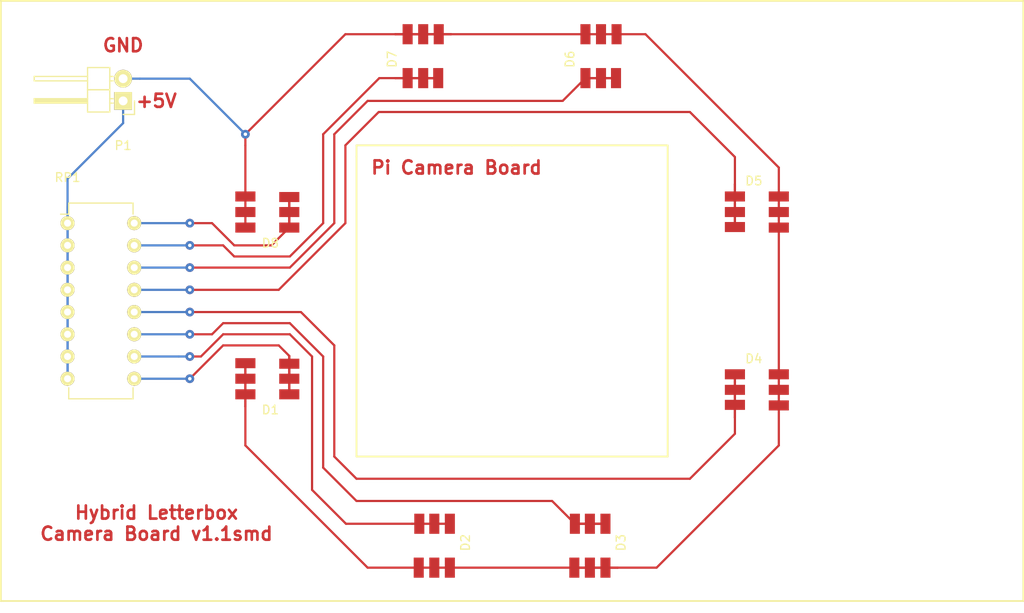
<source format=kicad_pcb>
(kicad_pcb (version 4) (host pcbnew 4.0.1-stable)

  (general
    (links 56)
    (no_connects 0)
    (area 86.259999 71.019999 203.300001 141.070001)
    (thickness 1.6)
    (drawings 16)
    (tracks 168)
    (zones 0)
    (modules 10)
    (nets 11)
  )

  (page A4)
  (layers
    (0 F.Cu signal)
    (31 B.Cu signal)
    (32 B.Adhes user)
    (33 F.Adhes user)
    (34 B.Paste user)
    (35 F.Paste user)
    (36 B.SilkS user)
    (37 F.SilkS user)
    (38 B.Mask user)
    (39 F.Mask user)
    (40 Dwgs.User user)
    (41 Cmts.User user)
    (42 Eco1.User user)
    (43 Eco2.User user)
    (44 Edge.Cuts user)
    (45 Margin user)
    (46 B.CrtYd user)
    (47 F.CrtYd user)
    (48 B.Fab user)
    (49 F.Fab user)
  )

  (setup
    (last_trace_width 0.25)
    (trace_clearance 0.2)
    (zone_clearance 0.508)
    (zone_45_only no)
    (trace_min 0.2)
    (segment_width 0.2)
    (edge_width 0.1)
    (via_size 0.6)
    (via_drill 0.4)
    (via_min_size 0.4)
    (via_min_drill 0.3)
    (user_via 1 0.4)
    (uvia_size 0.3)
    (uvia_drill 0.1)
    (uvias_allowed no)
    (uvia_min_size 0.2)
    (uvia_min_drill 0.1)
    (pcb_text_width 0.3)
    (pcb_text_size 1.5 1.5)
    (mod_edge_width 0.15)
    (mod_text_size 1 1)
    (mod_text_width 0.15)
    (pad_size 1.5 1.5)
    (pad_drill 0.6)
    (pad_to_mask_clearance 0)
    (aux_axis_origin 0 0)
    (visible_elements FFFFFF7F)
    (pcbplotparams
      (layerselection 0x00020_80000001)
      (usegerberextensions false)
      (excludeedgelayer true)
      (linewidth 0.100000)
      (plotframeref false)
      (viasonmask false)
      (mode 1)
      (useauxorigin false)
      (hpglpennumber 1)
      (hpglpenspeed 20)
      (hpglpendiameter 15)
      (hpglpenoverlay 2)
      (psnegative false)
      (psa4output false)
      (plotreference true)
      (plotvalue true)
      (plotinvisibletext false)
      (padsonsilk false)
      (subtractmaskfromsilk false)
      (outputformat 4)
      (mirror false)
      (drillshape 0)
      (scaleselection 1)
      (outputdirectory plots/))
  )

  (net 0 "")
  (net 1 GND)
  (net 2 "Net-(D1-Pad4)")
  (net 3 "Net-(D2-Pad4)")
  (net 4 "Net-(D3-Pad4)")
  (net 5 "Net-(D4-Pad4)")
  (net 6 "Net-(D5-Pad4)")
  (net 7 "Net-(D6-Pad4)")
  (net 8 "Net-(D7-Pad4)")
  (net 9 "Net-(D8-Pad4)")
  (net 10 +5V)

  (net_class Default "This is the default net class."
    (clearance 0.2)
    (trace_width 0.25)
    (via_dia 0.6)
    (via_drill 0.4)
    (uvia_dia 0.3)
    (uvia_drill 0.1)
    (add_net +5V)
    (add_net GND)
    (add_net "Net-(D1-Pad4)")
    (add_net "Net-(D2-Pad4)")
    (add_net "Net-(D3-Pad4)")
    (add_net "Net-(D4-Pad4)")
    (add_net "Net-(D5-Pad4)")
    (add_net "Net-(D6-Pad4)")
    (add_net "Net-(D7-Pad4)")
    (add_net "Net-(D8-Pad4)")
  )

  (net_class Standard ""
    (clearance 0.2)
    (trace_width 0.25)
    (via_dia 1)
    (via_drill 0.4)
    (uvia_dia 0.3)
    (uvia_drill 0.1)
  )

  (module custom:SMD-LED_5250 (layer F.Cu) (tedit 56B8A3FA) (tstamp 56C340AE)
    (at 116.84 114.3)
    (path /56C1993B)
    (fp_text reference D1 (at 0.3175 3.556) (layer F.SilkS)
      (effects (font (size 1 1) (thickness 0.15)))
    )
    (fp_text value LED_RGB (at 0.0635 -3.4925) (layer F.Fab)
      (effects (font (size 1 1) (thickness 0.15)))
    )
    (pad 1 smd rect (at -2.54 -1.778) (size 2.3 1.15) (layers F.Cu F.Paste F.Mask)
      (net 1 GND))
    (pad 2 smd rect (at -2.54 0) (size 2.3 1.15) (layers F.Cu F.Paste F.Mask)
      (net 1 GND))
    (pad 3 smd rect (at -2.54 1.778) (size 2.3 1.15) (layers F.Cu F.Paste F.Mask)
      (net 1 GND))
    (pad 4 smd rect (at 2.4765 -1.7145) (size 2.3 1.15) (layers F.Cu F.Paste F.Mask)
      (net 2 "Net-(D1-Pad4)"))
    (pad 5 smd rect (at 2.4765 0) (size 2.3 1.15) (layers F.Cu F.Paste F.Mask)
      (net 2 "Net-(D1-Pad4)"))
    (pad 6 smd rect (at 2.4765 1.778) (size 2.3 1.15) (layers F.Cu F.Paste F.Mask)
      (net 2 "Net-(D1-Pad4)"))
  )

  (module custom:SMD-LED_5250 (layer F.Cu) (tedit 56B8A3FA) (tstamp 56C340B8)
    (at 135.89 133.35 90)
    (path /56C19981)
    (fp_text reference D2 (at 0.3175 3.556 90) (layer F.SilkS)
      (effects (font (size 1 1) (thickness 0.15)))
    )
    (fp_text value LED_RGB (at 0.0635 -3.4925 90) (layer F.Fab)
      (effects (font (size 1 1) (thickness 0.15)))
    )
    (pad 1 smd rect (at -2.54 -1.778 90) (size 2.3 1.15) (layers F.Cu F.Paste F.Mask)
      (net 1 GND))
    (pad 2 smd rect (at -2.54 0 90) (size 2.3 1.15) (layers F.Cu F.Paste F.Mask)
      (net 1 GND))
    (pad 3 smd rect (at -2.54 1.778 90) (size 2.3 1.15) (layers F.Cu F.Paste F.Mask)
      (net 1 GND))
    (pad 4 smd rect (at 2.4765 -1.7145 90) (size 2.3 1.15) (layers F.Cu F.Paste F.Mask)
      (net 3 "Net-(D2-Pad4)"))
    (pad 5 smd rect (at 2.4765 0 90) (size 2.3 1.15) (layers F.Cu F.Paste F.Mask)
      (net 3 "Net-(D2-Pad4)"))
    (pad 6 smd rect (at 2.4765 1.778 90) (size 2.3 1.15) (layers F.Cu F.Paste F.Mask)
      (net 3 "Net-(D2-Pad4)"))
  )

  (module custom:SMD-LED_5250 (layer F.Cu) (tedit 56B8A3FA) (tstamp 56C340C2)
    (at 153.67 133.35 90)
    (path /56C199A6)
    (fp_text reference D3 (at 0.3175 3.556 90) (layer F.SilkS)
      (effects (font (size 1 1) (thickness 0.15)))
    )
    (fp_text value LED_RGB (at 0.0635 -3.4925 90) (layer F.Fab)
      (effects (font (size 1 1) (thickness 0.15)))
    )
    (pad 1 smd rect (at -2.54 -1.778 90) (size 2.3 1.15) (layers F.Cu F.Paste F.Mask)
      (net 1 GND))
    (pad 2 smd rect (at -2.54 0 90) (size 2.3 1.15) (layers F.Cu F.Paste F.Mask)
      (net 1 GND))
    (pad 3 smd rect (at -2.54 1.778 90) (size 2.3 1.15) (layers F.Cu F.Paste F.Mask)
      (net 1 GND))
    (pad 4 smd rect (at 2.4765 -1.7145 90) (size 2.3 1.15) (layers F.Cu F.Paste F.Mask)
      (net 4 "Net-(D3-Pad4)"))
    (pad 5 smd rect (at 2.4765 0 90) (size 2.3 1.15) (layers F.Cu F.Paste F.Mask)
      (net 4 "Net-(D3-Pad4)"))
    (pad 6 smd rect (at 2.4765 1.778 90) (size 2.3 1.15) (layers F.Cu F.Paste F.Mask)
      (net 4 "Net-(D3-Pad4)"))
  )

  (module custom:SMD-LED_5250 (layer F.Cu) (tedit 56B8A3FA) (tstamp 56C340CC)
    (at 172.72 115.57 180)
    (path /56C199CF)
    (fp_text reference D4 (at 0.3175 3.556 180) (layer F.SilkS)
      (effects (font (size 1 1) (thickness 0.15)))
    )
    (fp_text value LED_RGB (at 0.0635 -3.4925 180) (layer F.Fab)
      (effects (font (size 1 1) (thickness 0.15)))
    )
    (pad 1 smd rect (at -2.54 -1.778 180) (size 2.3 1.15) (layers F.Cu F.Paste F.Mask)
      (net 1 GND))
    (pad 2 smd rect (at -2.54 0 180) (size 2.3 1.15) (layers F.Cu F.Paste F.Mask)
      (net 1 GND))
    (pad 3 smd rect (at -2.54 1.778 180) (size 2.3 1.15) (layers F.Cu F.Paste F.Mask)
      (net 1 GND))
    (pad 4 smd rect (at 2.4765 -1.7145 180) (size 2.3 1.15) (layers F.Cu F.Paste F.Mask)
      (net 5 "Net-(D4-Pad4)"))
    (pad 5 smd rect (at 2.4765 0 180) (size 2.3 1.15) (layers F.Cu F.Paste F.Mask)
      (net 5 "Net-(D4-Pad4)"))
    (pad 6 smd rect (at 2.4765 1.778 180) (size 2.3 1.15) (layers F.Cu F.Paste F.Mask)
      (net 5 "Net-(D4-Pad4)"))
  )

  (module custom:SMD-LED_5250 (layer F.Cu) (tedit 56B8A3FA) (tstamp 56C340D6)
    (at 172.72 95.25 180)
    (path /56C199F9)
    (fp_text reference D5 (at 0.3175 3.556 180) (layer F.SilkS)
      (effects (font (size 1 1) (thickness 0.15)))
    )
    (fp_text value LED_RGB (at 0.0635 -3.4925 180) (layer F.Fab)
      (effects (font (size 1 1) (thickness 0.15)))
    )
    (pad 1 smd rect (at -2.54 -1.778 180) (size 2.3 1.15) (layers F.Cu F.Paste F.Mask)
      (net 1 GND))
    (pad 2 smd rect (at -2.54 0 180) (size 2.3 1.15) (layers F.Cu F.Paste F.Mask)
      (net 1 GND))
    (pad 3 smd rect (at -2.54 1.778 180) (size 2.3 1.15) (layers F.Cu F.Paste F.Mask)
      (net 1 GND))
    (pad 4 smd rect (at 2.4765 -1.7145 180) (size 2.3 1.15) (layers F.Cu F.Paste F.Mask)
      (net 6 "Net-(D5-Pad4)"))
    (pad 5 smd rect (at 2.4765 0 180) (size 2.3 1.15) (layers F.Cu F.Paste F.Mask)
      (net 6 "Net-(D5-Pad4)"))
    (pad 6 smd rect (at 2.4765 1.778 180) (size 2.3 1.15) (layers F.Cu F.Paste F.Mask)
      (net 6 "Net-(D5-Pad4)"))
  )

  (module custom:SMD-LED_5250 (layer F.Cu) (tedit 56B8A3FA) (tstamp 56C340E0)
    (at 154.94 77.47 270)
    (path /56C19A28)
    (fp_text reference D6 (at 0.3175 3.556 270) (layer F.SilkS)
      (effects (font (size 1 1) (thickness 0.15)))
    )
    (fp_text value LED_RGB (at 0.0635 -3.4925 270) (layer F.Fab)
      (effects (font (size 1 1) (thickness 0.15)))
    )
    (pad 1 smd rect (at -2.54 -1.778 270) (size 2.3 1.15) (layers F.Cu F.Paste F.Mask)
      (net 1 GND))
    (pad 2 smd rect (at -2.54 0 270) (size 2.3 1.15) (layers F.Cu F.Paste F.Mask)
      (net 1 GND))
    (pad 3 smd rect (at -2.54 1.778 270) (size 2.3 1.15) (layers F.Cu F.Paste F.Mask)
      (net 1 GND))
    (pad 4 smd rect (at 2.4765 -1.7145 270) (size 2.3 1.15) (layers F.Cu F.Paste F.Mask)
      (net 7 "Net-(D6-Pad4)"))
    (pad 5 smd rect (at 2.4765 0 270) (size 2.3 1.15) (layers F.Cu F.Paste F.Mask)
      (net 7 "Net-(D6-Pad4)"))
    (pad 6 smd rect (at 2.4765 1.778 270) (size 2.3 1.15) (layers F.Cu F.Paste F.Mask)
      (net 7 "Net-(D6-Pad4)"))
  )

  (module custom:SMD-LED_5250 (layer F.Cu) (tedit 56B8A3FA) (tstamp 56C340EA)
    (at 134.62 77.47 270)
    (path /56C19AAE)
    (fp_text reference D7 (at 0.3175 3.556 270) (layer F.SilkS)
      (effects (font (size 1 1) (thickness 0.15)))
    )
    (fp_text value LED_RGB (at 0.0635 -3.4925 270) (layer F.Fab)
      (effects (font (size 1 1) (thickness 0.15)))
    )
    (pad 1 smd rect (at -2.54 -1.778 270) (size 2.3 1.15) (layers F.Cu F.Paste F.Mask)
      (net 1 GND))
    (pad 2 smd rect (at -2.54 0 270) (size 2.3 1.15) (layers F.Cu F.Paste F.Mask)
      (net 1 GND))
    (pad 3 smd rect (at -2.54 1.778 270) (size 2.3 1.15) (layers F.Cu F.Paste F.Mask)
      (net 1 GND))
    (pad 4 smd rect (at 2.4765 -1.7145 270) (size 2.3 1.15) (layers F.Cu F.Paste F.Mask)
      (net 8 "Net-(D7-Pad4)"))
    (pad 5 smd rect (at 2.4765 0 270) (size 2.3 1.15) (layers F.Cu F.Paste F.Mask)
      (net 8 "Net-(D7-Pad4)"))
    (pad 6 smd rect (at 2.4765 1.778 270) (size 2.3 1.15) (layers F.Cu F.Paste F.Mask)
      (net 8 "Net-(D7-Pad4)"))
  )

  (module custom:SMD-LED_5250 (layer F.Cu) (tedit 56B8A3FA) (tstamp 56C340F4)
    (at 116.84 95.25)
    (path /56C19B01)
    (fp_text reference D8 (at 0.3175 3.556) (layer F.SilkS)
      (effects (font (size 1 1) (thickness 0.15)))
    )
    (fp_text value LED_RGB (at 0.0635 -3.4925) (layer F.Fab)
      (effects (font (size 1 1) (thickness 0.15)))
    )
    (pad 1 smd rect (at -2.54 -1.778) (size 2.3 1.15) (layers F.Cu F.Paste F.Mask)
      (net 1 GND))
    (pad 2 smd rect (at -2.54 0) (size 2.3 1.15) (layers F.Cu F.Paste F.Mask)
      (net 1 GND))
    (pad 3 smd rect (at -2.54 1.778) (size 2.3 1.15) (layers F.Cu F.Paste F.Mask)
      (net 1 GND))
    (pad 4 smd rect (at 2.4765 -1.7145) (size 2.3 1.15) (layers F.Cu F.Paste F.Mask)
      (net 9 "Net-(D8-Pad4)"))
    (pad 5 smd rect (at 2.4765 0) (size 2.3 1.15) (layers F.Cu F.Paste F.Mask)
      (net 9 "Net-(D8-Pad4)"))
    (pad 6 smd rect (at 2.4765 1.778) (size 2.3 1.15) (layers F.Cu F.Paste F.Mask)
      (net 9 "Net-(D8-Pad4)"))
  )

  (module Housings_DIP:DIP-16_W7.62mm (layer F.Cu) (tedit 54130A77) (tstamp 56C3410E)
    (at 93.98 96.52)
    (descr "16-lead dip package, row spacing 7.62 mm (300 mils)")
    (tags "dil dip 2.54 300")
    (path /569CF5B0)
    (fp_text reference RP1 (at 0 -5.22) (layer F.SilkS)
      (effects (font (size 1 1) (thickness 0.15)))
    )
    (fp_text value R_PACK8 (at 0 -3.72) (layer F.Fab)
      (effects (font (size 1 1) (thickness 0.15)))
    )
    (fp_line (start -1.05 -2.45) (end -1.05 20.25) (layer F.CrtYd) (width 0.05))
    (fp_line (start 8.65 -2.45) (end 8.65 20.25) (layer F.CrtYd) (width 0.05))
    (fp_line (start -1.05 -2.45) (end 8.65 -2.45) (layer F.CrtYd) (width 0.05))
    (fp_line (start -1.05 20.25) (end 8.65 20.25) (layer F.CrtYd) (width 0.05))
    (fp_line (start 0.135 -2.295) (end 0.135 -1.025) (layer F.SilkS) (width 0.15))
    (fp_line (start 7.485 -2.295) (end 7.485 -1.025) (layer F.SilkS) (width 0.15))
    (fp_line (start 7.485 20.075) (end 7.485 18.805) (layer F.SilkS) (width 0.15))
    (fp_line (start 0.135 20.075) (end 0.135 18.805) (layer F.SilkS) (width 0.15))
    (fp_line (start 0.135 -2.295) (end 7.485 -2.295) (layer F.SilkS) (width 0.15))
    (fp_line (start 0.135 20.075) (end 7.485 20.075) (layer F.SilkS) (width 0.15))
    (fp_line (start 0.135 -1.025) (end -0.8 -1.025) (layer F.SilkS) (width 0.15))
    (pad 1 thru_hole oval (at 0 0) (size 1.6 1.6) (drill 0.8) (layers *.Cu *.Mask F.SilkS)
      (net 10 +5V))
    (pad 2 thru_hole oval (at 0 2.54) (size 1.6 1.6) (drill 0.8) (layers *.Cu *.Mask F.SilkS)
      (net 10 +5V))
    (pad 3 thru_hole oval (at 0 5.08) (size 1.6 1.6) (drill 0.8) (layers *.Cu *.Mask F.SilkS)
      (net 10 +5V))
    (pad 4 thru_hole oval (at 0 7.62) (size 1.6 1.6) (drill 0.8) (layers *.Cu *.Mask F.SilkS)
      (net 10 +5V))
    (pad 5 thru_hole oval (at 0 10.16) (size 1.6 1.6) (drill 0.8) (layers *.Cu *.Mask F.SilkS)
      (net 10 +5V))
    (pad 6 thru_hole oval (at 0 12.7) (size 1.6 1.6) (drill 0.8) (layers *.Cu *.Mask F.SilkS)
      (net 10 +5V))
    (pad 7 thru_hole oval (at 0 15.24) (size 1.6 1.6) (drill 0.8) (layers *.Cu *.Mask F.SilkS)
      (net 10 +5V))
    (pad 8 thru_hole oval (at 0 17.78) (size 1.6 1.6) (drill 0.8) (layers *.Cu *.Mask F.SilkS)
      (net 10 +5V))
    (pad 9 thru_hole oval (at 7.62 17.78) (size 1.6 1.6) (drill 0.8) (layers *.Cu *.Mask F.SilkS)
      (net 2 "Net-(D1-Pad4)"))
    (pad 10 thru_hole oval (at 7.62 15.24) (size 1.6 1.6) (drill 0.8) (layers *.Cu *.Mask F.SilkS)
      (net 3 "Net-(D2-Pad4)"))
    (pad 11 thru_hole oval (at 7.62 12.7) (size 1.6 1.6) (drill 0.8) (layers *.Cu *.Mask F.SilkS)
      (net 4 "Net-(D3-Pad4)"))
    (pad 12 thru_hole oval (at 7.62 10.16) (size 1.6 1.6) (drill 0.8) (layers *.Cu *.Mask F.SilkS)
      (net 5 "Net-(D4-Pad4)"))
    (pad 13 thru_hole oval (at 7.62 7.62) (size 1.6 1.6) (drill 0.8) (layers *.Cu *.Mask F.SilkS)
      (net 6 "Net-(D5-Pad4)"))
    (pad 14 thru_hole oval (at 7.62 5.08) (size 1.6 1.6) (drill 0.8) (layers *.Cu *.Mask F.SilkS)
      (net 7 "Net-(D6-Pad4)"))
    (pad 15 thru_hole oval (at 7.62 2.54) (size 1.6 1.6) (drill 0.8) (layers *.Cu *.Mask F.SilkS)
      (net 8 "Net-(D7-Pad4)"))
    (pad 16 thru_hole oval (at 7.62 0) (size 1.6 1.6) (drill 0.8) (layers *.Cu *.Mask F.SilkS)
      (net 9 "Net-(D8-Pad4)"))
    (model Housings_DIP.3dshapes/DIP-16_W7.62mm.wrl
      (at (xyz 0 0 0))
      (scale (xyz 1 1 1))
      (rotate (xyz 0 0 0))
    )
  )

  (module Pin_Headers:Pin_Header_Angled_1x02 (layer F.Cu) (tedit 0) (tstamp 56C340FA)
    (at 100.33 82.55 180)
    (descr "Through hole pin header")
    (tags "pin header")
    (path /569CF6C0)
    (fp_text reference P1 (at 0 -5.1 180) (layer F.SilkS)
      (effects (font (size 1 1) (thickness 0.15)))
    )
    (fp_text value CONN_01X02 (at 0 -3.1 180) (layer F.Fab)
      (effects (font (size 1 1) (thickness 0.15)))
    )
    (fp_line (start -1.5 -1.75) (end -1.5 4.3) (layer F.CrtYd) (width 0.05))
    (fp_line (start 10.65 -1.75) (end 10.65 4.3) (layer F.CrtYd) (width 0.05))
    (fp_line (start -1.5 -1.75) (end 10.65 -1.75) (layer F.CrtYd) (width 0.05))
    (fp_line (start -1.5 4.3) (end 10.65 4.3) (layer F.CrtYd) (width 0.05))
    (fp_line (start -1.3 -1.55) (end -1.3 0) (layer F.SilkS) (width 0.15))
    (fp_line (start 0 -1.55) (end -1.3 -1.55) (layer F.SilkS) (width 0.15))
    (fp_line (start 4.191 -0.127) (end 10.033 -0.127) (layer F.SilkS) (width 0.15))
    (fp_line (start 10.033 -0.127) (end 10.033 0.127) (layer F.SilkS) (width 0.15))
    (fp_line (start 10.033 0.127) (end 4.191 0.127) (layer F.SilkS) (width 0.15))
    (fp_line (start 4.191 0.127) (end 4.191 0) (layer F.SilkS) (width 0.15))
    (fp_line (start 4.191 0) (end 10.033 0) (layer F.SilkS) (width 0.15))
    (fp_line (start 1.524 -0.254) (end 1.143 -0.254) (layer F.SilkS) (width 0.15))
    (fp_line (start 1.524 0.254) (end 1.143 0.254) (layer F.SilkS) (width 0.15))
    (fp_line (start 1.524 2.286) (end 1.143 2.286) (layer F.SilkS) (width 0.15))
    (fp_line (start 1.524 2.794) (end 1.143 2.794) (layer F.SilkS) (width 0.15))
    (fp_line (start 1.524 -1.27) (end 4.064 -1.27) (layer F.SilkS) (width 0.15))
    (fp_line (start 1.524 1.27) (end 4.064 1.27) (layer F.SilkS) (width 0.15))
    (fp_line (start 1.524 1.27) (end 1.524 3.81) (layer F.SilkS) (width 0.15))
    (fp_line (start 1.524 3.81) (end 4.064 3.81) (layer F.SilkS) (width 0.15))
    (fp_line (start 4.064 2.286) (end 10.16 2.286) (layer F.SilkS) (width 0.15))
    (fp_line (start 10.16 2.286) (end 10.16 2.794) (layer F.SilkS) (width 0.15))
    (fp_line (start 10.16 2.794) (end 4.064 2.794) (layer F.SilkS) (width 0.15))
    (fp_line (start 4.064 3.81) (end 4.064 1.27) (layer F.SilkS) (width 0.15))
    (fp_line (start 4.064 1.27) (end 4.064 -1.27) (layer F.SilkS) (width 0.15))
    (fp_line (start 10.16 0.254) (end 4.064 0.254) (layer F.SilkS) (width 0.15))
    (fp_line (start 10.16 -0.254) (end 10.16 0.254) (layer F.SilkS) (width 0.15))
    (fp_line (start 4.064 -0.254) (end 10.16 -0.254) (layer F.SilkS) (width 0.15))
    (fp_line (start 1.524 1.27) (end 4.064 1.27) (layer F.SilkS) (width 0.15))
    (fp_line (start 1.524 -1.27) (end 1.524 1.27) (layer F.SilkS) (width 0.15))
    (pad 1 thru_hole rect (at 0 0 180) (size 2.032 2.032) (drill 1.016) (layers *.Cu *.Mask F.SilkS)
      (net 10 +5V))
    (pad 2 thru_hole oval (at 0 2.54 180) (size 2.032 2.032) (drill 1.016) (layers *.Cu *.Mask F.SilkS)
      (net 1 GND))
    (model Pin_Headers.3dshapes/Pin_Header_Angled_1x02.wrl
      (at (xyz 0 -0.05 0))
      (scale (xyz 1 1 1))
      (rotate (xyz 0 0 90))
    )
  )

  (gr_text "Hybrid Letterbox\nCamera Board v1.1smd" (at 104.14 130.81) (layer F.Cu)
    (effects (font (size 1.5 1.5) (thickness 0.3)))
  )
  (gr_text +5V (at 104.14 82.55) (layer F.Cu)
    (effects (font (size 1.5 1.5) (thickness 0.3)))
  )
  (gr_text GND (at 100.33 76.2) (layer F.Cu)
    (effects (font (size 1.5 1.5) (thickness 0.3)))
  )
  (gr_text "Pi Camera Board" (at 138.43 90.17) (layer F.Cu)
    (effects (font (size 1.5 1.5) (thickness 0.3)))
  )
  (gr_line (start 127 87.63) (end 144.78 87.63) (angle 90) (layer F.SilkS) (width 0.2))
  (gr_line (start 127 88.9) (end 127 87.63) (angle 90) (layer F.SilkS) (width 0.2))
  (gr_line (start 127 123.19) (end 127 88.9) (angle 90) (layer F.SilkS) (width 0.2))
  (gr_line (start 162.56 123.19) (end 127 123.19) (angle 90) (layer F.SilkS) (width 0.2))
  (gr_line (start 162.56 87.63) (end 162.56 123.19) (angle 90) (layer F.SilkS) (width 0.2))
  (gr_line (start 144.78 87.63) (end 162.56 87.63) (angle 90) (layer F.SilkS) (width 0.2))
  (gr_line (start 86.36 105.41) (end 203.2 105.41) (angle 90) (layer Dwgs.User) (width 0.2))
  (gr_line (start 144.78 71.12) (end 144.78 140.97) (angle 90) (layer Dwgs.User) (width 0.2))
  (gr_line (start 86.36 139.7) (end 86.36 71.12) (angle 90) (layer F.SilkS) (width 0.2))
  (gr_line (start 203.2 139.7) (end 86.36 139.7) (angle 90) (layer F.SilkS) (width 0.2))
  (gr_line (start 203.2 71.12) (end 203.2 139.7) (angle 90) (layer F.SilkS) (width 0.2))
  (gr_line (start 86.36 71.12) (end 203.2 71.12) (angle 90) (layer F.SilkS) (width 0.2))

  (segment (start 102.235 80.01) (end 100.33 80.01) (width 0.25) (layer B.Cu) (net 1))
  (segment (start 114.3 117.475) (end 114.3 116.078) (width 0.25) (layer F.Cu) (net 1))
  (segment (start 114.3 116.078) (end 114.3 114.3) (width 0.25) (layer F.Cu) (net 1) (tstamp 56C43C5B))
  (segment (start 114.3 114.3) (end 114.3 112.522) (width 0.25) (layer F.Cu) (net 1) (tstamp 56C43C5C))
  (segment (start 156.845 135.89) (end 155.448 135.89) (width 0.25) (layer F.Cu) (net 1))
  (segment (start 155.448 135.89) (end 153.67 135.89) (width 0.25) (layer F.Cu) (net 1) (tstamp 56C43C4E))
  (segment (start 153.67 135.89) (end 151.892 135.89) (width 0.25) (layer F.Cu) (net 1) (tstamp 56C43C4F))
  (segment (start 131.445 74.93) (end 132.842 74.93) (width 0.25) (layer F.Cu) (net 1))
  (segment (start 132.842 74.93) (end 134.62 74.93) (width 0.25) (layer F.Cu) (net 1) (tstamp 56C43C1A))
  (segment (start 134.62 74.93) (end 136.398 74.93) (width 0.25) (layer F.Cu) (net 1) (tstamp 56C43C1B))
  (segment (start 136.398 74.93) (end 137.795 74.93) (width 0.25) (layer F.Cu) (net 1) (tstamp 56C43C1C))
  (segment (start 102.235 80.01) (end 107.95 80.01) (width 0.25) (layer B.Cu) (net 1) (tstamp 56C43C8B))
  (via (at 114.3 86.36) (size 1) (drill 0.4) (layers F.Cu B.Cu) (net 1))
  (segment (start 107.95 80.01) (end 114.3 86.36) (width 0.25) (layer B.Cu) (net 1) (tstamp 56C43C07))
  (segment (start 134.112 135.89) (end 128.27 135.89) (width 0.25) (layer F.Cu) (net 1))
  (segment (start 114.3 121.92) (end 114.3 117.475) (width 0.25) (layer F.Cu) (net 1) (tstamp 56C346EC))
  (segment (start 114.3 117.475) (end 114.3 114.3) (width 0.25) (layer F.Cu) (net 1) (tstamp 56C43C59))
  (segment (start 128.27 135.89) (end 114.3 121.92) (width 0.25) (layer F.Cu) (net 1) (tstamp 56C346E9))
  (segment (start 114.3 114.3) (end 114.3 112.522) (width 0.25) (layer F.Cu) (net 1) (tstamp 56C346EE))
  (segment (start 151.892 135.89) (end 137.668 135.89) (width 0.25) (layer F.Cu) (net 1))
  (segment (start 137.668 135.89) (end 135.89 135.89) (width 0.25) (layer F.Cu) (net 1) (tstamp 56C346E4))
  (segment (start 135.89 135.89) (end 134.112 135.89) (width 0.25) (layer F.Cu) (net 1) (tstamp 56C346E5))
  (segment (start 175.26 117.348) (end 175.26 121.92) (width 0.25) (layer F.Cu) (net 1))
  (segment (start 161.29 135.89) (end 156.845 135.89) (width 0.25) (layer F.Cu) (net 1) (tstamp 56C346DF))
  (segment (start 156.845 135.89) (end 153.67 135.89) (width 0.25) (layer F.Cu) (net 1) (tstamp 56C43C4C))
  (segment (start 175.26 121.92) (end 161.29 135.89) (width 0.25) (layer F.Cu) (net 1) (tstamp 56C346DC))
  (segment (start 153.67 135.89) (end 151.892 135.89) (width 0.25) (layer F.Cu) (net 1) (tstamp 56C346E1))
  (segment (start 175.26 97.028) (end 175.26 113.792) (width 0.25) (layer F.Cu) (net 1))
  (segment (start 175.26 113.792) (end 175.26 115.57) (width 0.25) (layer F.Cu) (net 1) (tstamp 56C346D2))
  (segment (start 175.26 115.57) (end 175.26 117.348) (width 0.25) (layer F.Cu) (net 1) (tstamp 56C346D6))
  (segment (start 156.718 74.93) (end 160.02 74.93) (width 0.25) (layer F.Cu) (net 1))
  (segment (start 175.26 90.17) (end 175.26 93.472) (width 0.25) (layer F.Cu) (net 1) (tstamp 56C346CA))
  (segment (start 160.02 74.93) (end 175.26 90.17) (width 0.25) (layer F.Cu) (net 1) (tstamp 56C346C2))
  (segment (start 175.26 93.472) (end 175.26 95.25) (width 0.25) (layer F.Cu) (net 1) (tstamp 56C346CB))
  (segment (start 175.26 95.25) (end 175.26 97.028) (width 0.25) (layer F.Cu) (net 1) (tstamp 56C346CC))
  (segment (start 136.398 74.93) (end 137.795 74.93) (width 0.25) (layer F.Cu) (net 1))
  (segment (start 137.795 74.93) (end 153.162 74.93) (width 0.25) (layer F.Cu) (net 1) (tstamp 56C43C1F))
  (segment (start 153.162 74.93) (end 154.94 74.93) (width 0.25) (layer F.Cu) (net 1) (tstamp 56C346BE))
  (segment (start 154.94 74.93) (end 156.718 74.93) (width 0.25) (layer F.Cu) (net 1) (tstamp 56C346BF))
  (segment (start 114.3 87.63) (end 114.3 86.36) (width 0.25) (layer F.Cu) (net 1))
  (segment (start 125.73 74.93) (end 131.445 74.93) (width 0.25) (layer F.Cu) (net 1) (tstamp 56C34625))
  (segment (start 131.445 74.93) (end 134.62 74.93) (width 0.25) (layer F.Cu) (net 1) (tstamp 56C43C18))
  (segment (start 114.3 86.36) (end 125.73 74.93) (width 0.25) (layer F.Cu) (net 1) (tstamp 56C34623))
  (segment (start 134.62 74.93) (end 136.398 74.93) (width 0.25) (layer F.Cu) (net 1) (tstamp 56C34627))
  (segment (start 114.3 93.472) (end 114.3 95.25) (width 0.25) (layer F.Cu) (net 1))
  (segment (start 114.3 95.25) (end 114.3 97.028) (width 0.25) (layer F.Cu) (net 1) (tstamp 56C34607))
  (segment (start 114.3 87.63) (end 114.3 93.472) (width 0.25) (layer F.Cu) (net 1) (tstamp 56C34603))
  (segment (start 118.745 111.125) (end 119.3165 111.6965) (width 0.25) (layer F.Cu) (net 2))
  (segment (start 119.3165 111.6965) (end 119.3165 112.5855) (width 0.25) (layer F.Cu) (net 2) (tstamp 56C43C61))
  (segment (start 119.3165 112.5855) (end 119.3165 114.3) (width 0.25) (layer F.Cu) (net 2) (tstamp 56C43C62))
  (segment (start 119.3165 114.3) (end 119.3165 116.078) (width 0.25) (layer F.Cu) (net 2) (tstamp 56C43C63))
  (via (at 107.95 114.3) (size 1) (drill 0.4) (layers F.Cu B.Cu) (net 2))
  (segment (start 101.6 114.3) (end 107.95 114.3) (width 0.25) (layer B.Cu) (net 2))
  (segment (start 107.95 114.3) (end 111.76 110.49) (width 0.25) (layer F.Cu) (net 2))
  (segment (start 119.3165 111.6965) (end 119.3165 114.3) (width 0.25) (layer F.Cu) (net 2) (tstamp 56C34634))
  (segment (start 118.11 110.49) (end 118.745 111.125) (width 0.25) (layer F.Cu) (net 2) (tstamp 56C34632))
  (segment (start 111.76 110.49) (end 118.11 110.49) (width 0.25) (layer F.Cu) (net 2) (tstamp 56C34631))
  (segment (start 119.3165 114.3) (end 119.3165 116.078) (width 0.25) (layer F.Cu) (net 2) (tstamp 56C34635))
  (segment (start 133.35 130.8735) (end 134.1755 130.8735) (width 0.25) (layer F.Cu) (net 3))
  (segment (start 134.1755 130.8735) (end 135.89 130.8735) (width 0.25) (layer F.Cu) (net 3) (tstamp 56C43C54))
  (segment (start 135.89 130.8735) (end 137.668 130.8735) (width 0.25) (layer F.Cu) (net 3) (tstamp 56C43C55))
  (via (at 107.95 111.76) (size 1) (drill 0.4) (layers F.Cu B.Cu) (net 3))
  (segment (start 106.68 111.76) (end 107.95 111.76) (width 0.25) (layer B.Cu) (net 3))
  (segment (start 107.95 111.76) (end 109.22 111.76) (width 0.25) (layer F.Cu) (net 3))
  (segment (start 133.35 130.8735) (end 125.7935 130.8735) (width 0.25) (layer F.Cu) (net 3) (tstamp 56C43C52))
  (segment (start 121.92 127) (end 125.7935 130.8735) (width 0.25) (layer F.Cu) (net 3) (tstamp 56C34644))
  (segment (start 121.92 111.76) (end 121.92 127) (width 0.25) (layer F.Cu) (net 3) (tstamp 56C34642))
  (segment (start 119.38 109.22) (end 121.92 111.76) (width 0.25) (layer F.Cu) (net 3) (tstamp 56C34640))
  (segment (start 111.76 109.22) (end 119.38 109.22) (width 0.25) (layer F.Cu) (net 3) (tstamp 56C3463E))
  (segment (start 109.22 111.76) (end 111.76 109.22) (width 0.25) (layer F.Cu) (net 3) (tstamp 56C3463C))
  (segment (start 106.68 111.76) (end 101.6 111.76) (width 0.25) (layer B.Cu) (net 3) (tstamp 56C4365B))
  (segment (start 150.5585 129.4765) (end 151.9555 130.8735) (width 0.25) (layer F.Cu) (net 4))
  (segment (start 151.9555 130.8735) (end 153.67 130.8735) (width 0.25) (layer F.Cu) (net 4) (tstamp 56C43C48))
  (segment (start 153.67 130.8735) (end 155.448 130.8735) (width 0.25) (layer F.Cu) (net 4) (tstamp 56C43C49))
  (via (at 107.95 109.22) (size 1) (drill 0.4) (layers F.Cu B.Cu) (net 4))
  (segment (start 101.6 109.22) (end 107.95 109.22) (width 0.25) (layer B.Cu) (net 4))
  (segment (start 107.95 109.22) (end 110.49 109.22) (width 0.25) (layer F.Cu) (net 4))
  (segment (start 149.352 128.27) (end 150.5585 129.4765) (width 0.25) (layer F.Cu) (net 4) (tstamp 56C3468C))
  (segment (start 127 128.27) (end 149.352 128.27) (width 0.25) (layer F.Cu) (net 4) (tstamp 56C3468A))
  (segment (start 123.19 124.46) (end 127 128.27) (width 0.25) (layer F.Cu) (net 4) (tstamp 56C34688))
  (segment (start 123.19 111.76) (end 123.19 124.46) (width 0.25) (layer F.Cu) (net 4) (tstamp 56C34686))
  (segment (start 119.38 107.95) (end 123.19 111.76) (width 0.25) (layer F.Cu) (net 4) (tstamp 56C34684))
  (segment (start 111.76 107.95) (end 119.38 107.95) (width 0.25) (layer F.Cu) (net 4) (tstamp 56C34682))
  (segment (start 110.49 109.22) (end 111.76 107.95) (width 0.25) (layer F.Cu) (net 4) (tstamp 56C3467F))
  (segment (start 151.9555 130.8735) (end 155.448 130.8735) (width 0.25) (layer F.Cu) (net 4) (tstamp 56C3468E))
  (segment (start 170.2435 118.745) (end 170.2435 117.2845) (width 0.25) (layer F.Cu) (net 5))
  (segment (start 170.2435 117.2845) (end 170.2435 115.57) (width 0.25) (layer F.Cu) (net 5) (tstamp 56C43C42))
  (segment (start 170.2435 115.57) (end 170.2435 113.792) (width 0.25) (layer F.Cu) (net 5) (tstamp 56C43C43))
  (via (at 107.95 106.68) (size 1) (drill 0.4) (layers F.Cu B.Cu) (net 5))
  (segment (start 101.6 106.68) (end 107.95 106.68) (width 0.25) (layer B.Cu) (net 5))
  (segment (start 107.95 106.68) (end 120.65 106.68) (width 0.25) (layer F.Cu) (net 5))
  (segment (start 170.2435 120.5865) (end 170.2435 118.745) (width 0.25) (layer F.Cu) (net 5) (tstamp 56C3469B))
  (segment (start 170.2435 118.745) (end 170.2435 115.57) (width 0.25) (layer F.Cu) (net 5) (tstamp 56C43C40))
  (segment (start 165.1 125.73) (end 170.2435 120.5865) (width 0.25) (layer F.Cu) (net 5) (tstamp 56C34699))
  (segment (start 127 125.73) (end 165.1 125.73) (width 0.25) (layer F.Cu) (net 5) (tstamp 56C34697))
  (segment (start 124.46 123.19) (end 127 125.73) (width 0.25) (layer F.Cu) (net 5) (tstamp 56C34695))
  (segment (start 124.46 110.49) (end 124.46 123.19) (width 0.25) (layer F.Cu) (net 5) (tstamp 56C34693))
  (segment (start 120.65 106.68) (end 124.46 110.49) (width 0.25) (layer F.Cu) (net 5) (tstamp 56C34692))
  (segment (start 170.2435 115.57) (end 170.2435 113.792) (width 0.25) (layer F.Cu) (net 5) (tstamp 56C3469D))
  (segment (start 170.2435 92.075) (end 170.2435 93.472) (width 0.25) (layer F.Cu) (net 6))
  (segment (start 170.2435 93.472) (end 170.2435 95.25) (width 0.25) (layer F.Cu) (net 6) (tstamp 56C43C3B))
  (segment (start 170.2435 95.25) (end 170.2435 96.9645) (width 0.25) (layer F.Cu) (net 6) (tstamp 56C43C3C))
  (via (at 107.95 104.14) (size 1) (drill 0.4) (layers F.Cu B.Cu) (net 6))
  (segment (start 101.6 104.14) (end 107.95 104.14) (width 0.25) (layer B.Cu) (net 6))
  (segment (start 107.95 104.14) (end 118.11 104.14) (width 0.25) (layer F.Cu) (net 6))
  (segment (start 170.2435 88.9635) (end 170.2435 92.075) (width 0.25) (layer F.Cu) (net 6) (tstamp 56C346B9))
  (segment (start 170.2435 92.075) (end 170.2435 95.25) (width 0.25) (layer F.Cu) (net 6) (tstamp 56C43C39))
  (segment (start 165.1 83.82) (end 170.2435 88.9635) (width 0.25) (layer F.Cu) (net 6) (tstamp 56C346B7))
  (segment (start 129.54 83.82) (end 165.1 83.82) (width 0.25) (layer F.Cu) (net 6) (tstamp 56C346B5))
  (segment (start 125.73 87.63) (end 129.54 83.82) (width 0.25) (layer F.Cu) (net 6) (tstamp 56C346B3))
  (segment (start 125.73 96.52) (end 125.73 87.63) (width 0.25) (layer F.Cu) (net 6) (tstamp 56C346B1))
  (segment (start 118.11 104.14) (end 125.73 96.52) (width 0.25) (layer F.Cu) (net 6) (tstamp 56C346AF))
  (segment (start 170.2435 95.25) (end 170.2435 96.9645) (width 0.25) (layer F.Cu) (net 6) (tstamp 56C346BB))
  (segment (start 151.79675 81.31175) (end 153.162 79.9465) (width 0.25) (layer F.Cu) (net 7))
  (segment (start 153.162 79.9465) (end 154.94 79.9465) (width 0.25) (layer F.Cu) (net 7) (tstamp 56C43C34))
  (segment (start 154.94 79.9465) (end 156.6545 79.9465) (width 0.25) (layer F.Cu) (net 7) (tstamp 56C43C35))
  (via (at 107.95 101.6) (size 1) (drill 0.4) (layers F.Cu B.Cu) (net 7))
  (segment (start 124.46 96.52) (end 124.46 86.36) (width 0.25) (layer F.Cu) (net 7) (tstamp 56C346A3))
  (segment (start 124.46 86.36) (end 128.27 82.55) (width 0.25) (layer F.Cu) (net 7) (tstamp 56C346A5))
  (segment (start 128.27 82.55) (end 150.5585 82.55) (width 0.25) (layer F.Cu) (net 7) (tstamp 56C346A7))
  (segment (start 151.79675 81.31175) (end 150.5585 82.55) (width 0.25) (layer F.Cu) (net 7) (tstamp 56C43C32))
  (segment (start 107.95 101.6) (end 119.38 101.6) (width 0.25) (layer F.Cu) (net 7))
  (segment (start 119.38 101.6) (end 124.46 96.52) (width 0.25) (layer F.Cu) (net 7) (tstamp 56C346A0))
  (segment (start 107.95 101.6) (end 101.6 101.6) (width 0.25) (layer B.Cu) (net 7))
  (segment (start 153.162 79.9465) (end 156.6545 79.9465) (width 0.25) (layer F.Cu) (net 7) (tstamp 56C346AB))
  (segment (start 131.445 79.9465) (end 132.842 79.9465) (width 0.25) (layer F.Cu) (net 8))
  (segment (start 132.842 79.9465) (end 134.62 79.9465) (width 0.25) (layer F.Cu) (net 8) (tstamp 56C43C2D))
  (segment (start 134.62 79.9465) (end 136.3345 79.9465) (width 0.25) (layer F.Cu) (net 8) (tstamp 56C43C2E))
  (via (at 107.95 99.06) (size 1) (drill 0.4) (layers F.Cu B.Cu) (net 8))
  (segment (start 111.76 99.06) (end 113.03 100.33) (width 0.25) (layer F.Cu) (net 8) (tstamp 56C346FC))
  (segment (start 113.03 100.33) (end 119.38 100.33) (width 0.25) (layer F.Cu) (net 8) (tstamp 56C346FE))
  (segment (start 119.38 100.33) (end 123.19 96.52) (width 0.25) (layer F.Cu) (net 8) (tstamp 56C34700))
  (segment (start 123.19 96.52) (end 123.19 86.36) (width 0.25) (layer F.Cu) (net 8) (tstamp 56C34702))
  (segment (start 123.19 86.36) (end 129.6035 79.9465) (width 0.25) (layer F.Cu) (net 8) (tstamp 56C34704))
  (segment (start 134.62 79.9465) (end 131.445 79.9465) (width 0.25) (layer F.Cu) (net 8) (tstamp 56C34706))
  (segment (start 131.445 79.9465) (end 129.6035 79.9465) (width 0.25) (layer F.Cu) (net 8) (tstamp 56C43C2B))
  (segment (start 107.95 99.06) (end 111.76 99.06) (width 0.25) (layer F.Cu) (net 8))
  (segment (start 107.95 99.06) (end 101.6 99.06) (width 0.25) (layer B.Cu) (net 8))
  (segment (start 134.62 79.9465) (end 136.3345 79.9465) (width 0.25) (layer F.Cu) (net 8) (tstamp 56C34708))
  (segment (start 134.62 79.9465) (end 136.3345 79.9465) (width 0.25) (layer F.Cu) (net 8) (tstamp 56C34620))
  (segment (start 118.01475 98.32975) (end 119.3165 97.028) (width 0.25) (layer F.Cu) (net 9))
  (segment (start 119.3165 97.028) (end 119.3165 95.25) (width 0.25) (layer F.Cu) (net 9) (tstamp 56C43C69))
  (segment (start 119.3165 95.25) (end 119.3165 93.5355) (width 0.25) (layer F.Cu) (net 9) (tstamp 56C43C6A))
  (via (at 107.95 96.52) (size 1) (drill 0.4) (layers F.Cu B.Cu) (net 9))
  (segment (start 110.49 96.52) (end 113.03 99.06) (width 0.25) (layer F.Cu) (net 9) (tstamp 56C3460A))
  (segment (start 113.03 99.06) (end 117.2845 99.06) (width 0.25) (layer F.Cu) (net 9) (tstamp 56C3460C))
  (segment (start 118.01475 98.32975) (end 117.2845 99.06) (width 0.25) (layer F.Cu) (net 9) (tstamp 56C43C67))
  (segment (start 107.95 96.52) (end 110.49 96.52) (width 0.25) (layer F.Cu) (net 9))
  (segment (start 107.95 96.52) (end 101.6 96.52) (width 0.25) (layer B.Cu) (net 9))
  (segment (start 119.3165 97.028) (end 119.3165 93.5355) (width 0.25) (layer F.Cu) (net 9) (tstamp 56C34610))
  (segment (start 93.98 94.615) (end 93.98 96.52) (width 0.25) (layer B.Cu) (net 10))
  (segment (start 93.98 96.52) (end 93.98 99.06) (width 0.25) (layer B.Cu) (net 10) (tstamp 56C43C9E))
  (segment (start 93.98 99.06) (end 93.98 101.6) (width 0.25) (layer B.Cu) (net 10) (tstamp 56C43C9F))
  (segment (start 93.98 101.6) (end 93.98 104.14) (width 0.25) (layer B.Cu) (net 10) (tstamp 56C43CA0))
  (segment (start 93.98 104.14) (end 93.98 106.68) (width 0.25) (layer B.Cu) (net 10) (tstamp 56C43CA1))
  (segment (start 93.98 106.68) (end 93.98 109.22) (width 0.25) (layer B.Cu) (net 10) (tstamp 56C43CA2))
  (segment (start 93.98 109.22) (end 93.98 111.76) (width 0.25) (layer B.Cu) (net 10) (tstamp 56C43CA3))
  (segment (start 93.98 111.76) (end 93.98 114.3) (width 0.25) (layer B.Cu) (net 10) (tstamp 56C43CA4))
  (segment (start 100.33 82.55) (end 100.33 85.09) (width 0.25) (layer B.Cu) (net 10))
  (segment (start 93.98 91.44) (end 93.98 94.615) (width 0.25) (layer B.Cu) (net 10) (tstamp 56C435B4))
  (segment (start 93.98 94.615) (end 93.98 99.06) (width 0.25) (layer B.Cu) (net 10) (tstamp 56C43C9C))
  (segment (start 100.33 85.09) (end 93.98 91.44) (width 0.25) (layer B.Cu) (net 10) (tstamp 56C435B2))
  (segment (start 93.98 99.06) (end 93.98 101.6) (width 0.25) (layer B.Cu) (net 10) (tstamp 56C435B6))
  (segment (start 93.98 101.6) (end 93.98 104.14) (width 0.25) (layer B.Cu) (net 10) (tstamp 56C435B7))
  (segment (start 93.98 104.14) (end 93.98 106.68) (width 0.25) (layer B.Cu) (net 10) (tstamp 56C435B8))
  (segment (start 93.98 106.68) (end 93.98 109.22) (width 0.25) (layer B.Cu) (net 10) (tstamp 56C435B9))
  (segment (start 93.98 109.22) (end 93.98 111.76) (width 0.25) (layer B.Cu) (net 10) (tstamp 56C435BA))
  (segment (start 93.98 111.76) (end 93.98 114.3) (width 0.25) (layer B.Cu) (net 10) (tstamp 56C435BB))

)

</source>
